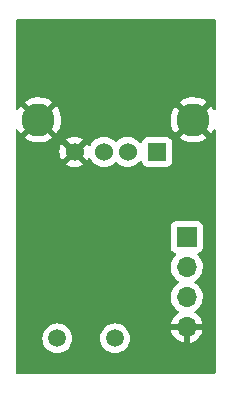
<source format=gbr>
%TF.GenerationSoftware,KiCad,Pcbnew,6.0.9-8da3e8f707~117~ubuntu20.04.1*%
%TF.CreationDate,2023-01-15T23:55:11-08:00*%
%TF.ProjectId,USBTTL,55534254-544c-42e6-9b69-6361645f7063,rev?*%
%TF.SameCoordinates,Original*%
%TF.FileFunction,Copper,L2,Bot*%
%TF.FilePolarity,Positive*%
%FSLAX46Y46*%
G04 Gerber Fmt 4.6, Leading zero omitted, Abs format (unit mm)*
G04 Created by KiCad (PCBNEW 6.0.9-8da3e8f707~117~ubuntu20.04.1) date 2023-01-15 23:55:11*
%MOMM*%
%LPD*%
G01*
G04 APERTURE LIST*
%TA.AperFunction,ComponentPad*%
%ADD10C,1.500000*%
%TD*%
%TA.AperFunction,ComponentPad*%
%ADD11R,1.524000X1.524000*%
%TD*%
%TA.AperFunction,ComponentPad*%
%ADD12C,1.524000*%
%TD*%
%TA.AperFunction,ComponentPad*%
%ADD13C,2.800000*%
%TD*%
%TA.AperFunction,ComponentPad*%
%ADD14R,1.700000X1.700000*%
%TD*%
%TA.AperFunction,ComponentPad*%
%ADD15O,1.700000X1.700000*%
%TD*%
G04 APERTURE END LIST*
D10*
%TO.P,Y1,1,1*%
%TO.N,Net-(U1-Pad7)*%
X22050000Y-42500000D03*
%TO.P,Y1,2,2*%
%TO.N,Net-(U1-Pad8)*%
X26930000Y-42500000D03*
%TD*%
D11*
%TO.P,USB1,1,VCC*%
%TO.N,/5v*%
X30500000Y-26715000D03*
D12*
%TO.P,USB1,2,D-*%
%TO.N,/D-*%
X28000000Y-26715000D03*
%TO.P,USB1,3,D+*%
%TO.N,/D+*%
X26000000Y-26715000D03*
%TO.P,USB1,4,GND*%
%TO.N,GND*%
X23500000Y-26715000D03*
D13*
%TO.P,USB1,5,Shield*%
X20450000Y-24005000D03*
%TO.P,USB1,6,Shield*%
X33550000Y-24005000D03*
%TD*%
D14*
%TO.P,J1,1,Pin_1*%
%TO.N,/5v*%
X33000000Y-33920000D03*
D15*
%TO.P,J1,2,Pin_2*%
%TO.N,Net-(U1-Pad2)*%
X33000000Y-36460000D03*
%TO.P,J1,3,Pin_3*%
%TO.N,Net-(U1-Pad3)*%
X33000000Y-39000000D03*
%TO.P,J1,4,Pin_4*%
%TO.N,GND*%
X33000000Y-41540000D03*
%TD*%
%TA.AperFunction,Conductor*%
%TO.N,GND*%
G36*
X35433621Y-15528502D02*
G01*
X35480114Y-15582158D01*
X35491500Y-15634500D01*
X35491500Y-23086106D01*
X35471498Y-23154227D01*
X35417842Y-23200720D01*
X35347568Y-23210824D01*
X35282988Y-23181330D01*
X35254612Y-23145938D01*
X35167206Y-22983947D01*
X35162447Y-22976449D01*
X35077759Y-22861790D01*
X35066631Y-22853348D01*
X35054038Y-22860172D01*
X33922022Y-23992188D01*
X33914408Y-24006132D01*
X33914539Y-24007965D01*
X33918790Y-24014580D01*
X35055517Y-25151307D01*
X35068917Y-25158624D01*
X35078821Y-25151637D01*
X35094686Y-25132763D01*
X35099905Y-25125580D01*
X35238171Y-24903876D01*
X35242339Y-24896005D01*
X35250260Y-24878089D01*
X35296098Y-24823873D01*
X35363971Y-24803045D01*
X35432329Y-24822219D01*
X35479470Y-24875306D01*
X35491500Y-24929036D01*
X35491500Y-45365500D01*
X35471498Y-45433621D01*
X35417842Y-45480114D01*
X35365500Y-45491500D01*
X18634500Y-45491500D01*
X18566379Y-45471498D01*
X18519886Y-45417842D01*
X18508500Y-45365500D01*
X18508500Y-42500000D01*
X20786693Y-42500000D01*
X20805885Y-42719371D01*
X20862880Y-42932076D01*
X20865205Y-42937061D01*
X20953618Y-43126666D01*
X20953621Y-43126671D01*
X20955944Y-43131653D01*
X21082251Y-43312038D01*
X21237962Y-43467749D01*
X21418346Y-43594056D01*
X21617924Y-43687120D01*
X21830629Y-43744115D01*
X22050000Y-43763307D01*
X22269371Y-43744115D01*
X22482076Y-43687120D01*
X22681654Y-43594056D01*
X22862038Y-43467749D01*
X23017749Y-43312038D01*
X23144056Y-43131653D01*
X23146379Y-43126671D01*
X23146382Y-43126666D01*
X23234795Y-42937061D01*
X23237120Y-42932076D01*
X23294115Y-42719371D01*
X23313307Y-42500000D01*
X25666693Y-42500000D01*
X25685885Y-42719371D01*
X25742880Y-42932076D01*
X25745205Y-42937061D01*
X25833618Y-43126666D01*
X25833621Y-43126671D01*
X25835944Y-43131653D01*
X25962251Y-43312038D01*
X26117962Y-43467749D01*
X26298346Y-43594056D01*
X26497924Y-43687120D01*
X26710629Y-43744115D01*
X26930000Y-43763307D01*
X27149371Y-43744115D01*
X27362076Y-43687120D01*
X27561654Y-43594056D01*
X27742038Y-43467749D01*
X27897749Y-43312038D01*
X28024056Y-43131653D01*
X28026379Y-43126671D01*
X28026382Y-43126666D01*
X28114795Y-42937061D01*
X28117120Y-42932076D01*
X28174115Y-42719371D01*
X28193307Y-42500000D01*
X28174115Y-42280629D01*
X28117120Y-42067924D01*
X28058609Y-41942446D01*
X28026382Y-41873334D01*
X28026379Y-41873329D01*
X28024056Y-41868347D01*
X27981777Y-41807966D01*
X31668257Y-41807966D01*
X31698565Y-41942446D01*
X31701645Y-41952275D01*
X31781770Y-42149603D01*
X31786413Y-42158794D01*
X31897694Y-42340388D01*
X31903777Y-42348699D01*
X32043213Y-42509667D01*
X32050580Y-42516883D01*
X32214434Y-42652916D01*
X32222881Y-42658831D01*
X32406756Y-42766279D01*
X32416042Y-42770729D01*
X32615001Y-42846703D01*
X32624899Y-42849579D01*
X32728250Y-42870606D01*
X32742299Y-42869410D01*
X32746000Y-42859065D01*
X32746000Y-42858517D01*
X33254000Y-42858517D01*
X33258064Y-42872359D01*
X33271478Y-42874393D01*
X33278184Y-42873534D01*
X33288262Y-42871392D01*
X33492255Y-42810191D01*
X33501842Y-42806433D01*
X33693095Y-42712739D01*
X33701945Y-42707464D01*
X33875328Y-42583792D01*
X33883200Y-42577139D01*
X34034052Y-42426812D01*
X34040730Y-42418965D01*
X34165003Y-42246020D01*
X34170313Y-42237183D01*
X34264670Y-42046267D01*
X34268469Y-42036672D01*
X34330377Y-41832910D01*
X34332555Y-41822837D01*
X34333986Y-41811962D01*
X34331775Y-41797778D01*
X34318617Y-41794000D01*
X33272115Y-41794000D01*
X33256876Y-41798475D01*
X33255671Y-41799865D01*
X33254000Y-41807548D01*
X33254000Y-42858517D01*
X32746000Y-42858517D01*
X32746000Y-41812115D01*
X32741525Y-41796876D01*
X32740135Y-41795671D01*
X32732452Y-41794000D01*
X31683225Y-41794000D01*
X31669694Y-41797973D01*
X31668257Y-41807966D01*
X27981777Y-41807966D01*
X27981484Y-41807548D01*
X27900908Y-41692473D01*
X27900906Y-41692470D01*
X27897749Y-41687962D01*
X27742038Y-41532251D01*
X27561654Y-41405944D01*
X27362076Y-41312880D01*
X27149371Y-41255885D01*
X26930000Y-41236693D01*
X26710629Y-41255885D01*
X26497924Y-41312880D01*
X26404562Y-41356415D01*
X26303334Y-41403618D01*
X26303329Y-41403621D01*
X26298347Y-41405944D01*
X26293840Y-41409100D01*
X26293838Y-41409101D01*
X26122473Y-41529092D01*
X26122470Y-41529094D01*
X26117962Y-41532251D01*
X25962251Y-41687962D01*
X25959094Y-41692470D01*
X25959092Y-41692473D01*
X25878516Y-41807548D01*
X25835944Y-41868347D01*
X25833621Y-41873329D01*
X25833618Y-41873334D01*
X25801391Y-41942446D01*
X25742880Y-42067924D01*
X25685885Y-42280629D01*
X25666693Y-42500000D01*
X23313307Y-42500000D01*
X23294115Y-42280629D01*
X23237120Y-42067924D01*
X23178609Y-41942446D01*
X23146382Y-41873334D01*
X23146379Y-41873329D01*
X23144056Y-41868347D01*
X23101484Y-41807548D01*
X23020908Y-41692473D01*
X23020906Y-41692470D01*
X23017749Y-41687962D01*
X22862038Y-41532251D01*
X22681654Y-41405944D01*
X22482076Y-41312880D01*
X22269371Y-41255885D01*
X22050000Y-41236693D01*
X21830629Y-41255885D01*
X21617924Y-41312880D01*
X21524562Y-41356415D01*
X21423334Y-41403618D01*
X21423329Y-41403621D01*
X21418347Y-41405944D01*
X21413840Y-41409100D01*
X21413838Y-41409101D01*
X21242473Y-41529092D01*
X21242470Y-41529094D01*
X21237962Y-41532251D01*
X21082251Y-41687962D01*
X21079094Y-41692470D01*
X21079092Y-41692473D01*
X20998516Y-41807548D01*
X20955944Y-41868347D01*
X20953621Y-41873329D01*
X20953618Y-41873334D01*
X20921391Y-41942446D01*
X20862880Y-42067924D01*
X20805885Y-42280629D01*
X20786693Y-42500000D01*
X18508500Y-42500000D01*
X18508500Y-38966695D01*
X31637251Y-38966695D01*
X31637548Y-38971848D01*
X31637548Y-38971851D01*
X31643011Y-39066590D01*
X31650110Y-39189715D01*
X31651247Y-39194761D01*
X31651248Y-39194767D01*
X31671119Y-39282939D01*
X31699222Y-39407639D01*
X31783266Y-39614616D01*
X31899987Y-39805088D01*
X32046250Y-39973938D01*
X32218126Y-40116632D01*
X32291955Y-40159774D01*
X32340679Y-40211412D01*
X32353750Y-40281195D01*
X32327019Y-40346967D01*
X32286562Y-40380327D01*
X32278457Y-40384546D01*
X32269738Y-40390036D01*
X32099433Y-40517905D01*
X32091726Y-40524748D01*
X31944590Y-40678717D01*
X31938104Y-40686727D01*
X31818098Y-40862649D01*
X31813000Y-40871623D01*
X31723338Y-41064783D01*
X31719775Y-41074470D01*
X31664389Y-41274183D01*
X31665912Y-41282607D01*
X31678292Y-41286000D01*
X34318344Y-41286000D01*
X34331875Y-41282027D01*
X34333180Y-41272947D01*
X34291214Y-41105875D01*
X34287894Y-41096124D01*
X34202972Y-40900814D01*
X34198105Y-40891739D01*
X34082426Y-40712926D01*
X34076136Y-40704757D01*
X33932806Y-40547240D01*
X33925273Y-40540215D01*
X33758139Y-40408222D01*
X33749556Y-40402520D01*
X33712602Y-40382120D01*
X33662631Y-40331687D01*
X33647859Y-40262245D01*
X33672975Y-40195839D01*
X33700327Y-40169232D01*
X33723797Y-40152491D01*
X33879860Y-40041173D01*
X34038096Y-39883489D01*
X34097594Y-39800689D01*
X34165435Y-39706277D01*
X34168453Y-39702077D01*
X34267430Y-39501811D01*
X34332370Y-39288069D01*
X34361529Y-39066590D01*
X34363156Y-39000000D01*
X34344852Y-38777361D01*
X34290431Y-38560702D01*
X34201354Y-38355840D01*
X34080014Y-38168277D01*
X33929670Y-38003051D01*
X33925619Y-37999852D01*
X33925615Y-37999848D01*
X33758414Y-37867800D01*
X33758410Y-37867798D01*
X33754359Y-37864598D01*
X33713053Y-37841796D01*
X33663084Y-37791364D01*
X33648312Y-37721921D01*
X33673428Y-37655516D01*
X33700780Y-37628909D01*
X33744603Y-37597650D01*
X33879860Y-37501173D01*
X34038096Y-37343489D01*
X34097594Y-37260689D01*
X34165435Y-37166277D01*
X34168453Y-37162077D01*
X34267430Y-36961811D01*
X34332370Y-36748069D01*
X34361529Y-36526590D01*
X34363156Y-36460000D01*
X34344852Y-36237361D01*
X34290431Y-36020702D01*
X34201354Y-35815840D01*
X34080014Y-35628277D01*
X34076532Y-35624450D01*
X33932798Y-35466488D01*
X33901746Y-35402642D01*
X33910141Y-35332143D01*
X33955317Y-35277375D01*
X33981761Y-35263706D01*
X34088297Y-35223767D01*
X34096705Y-35220615D01*
X34213261Y-35133261D01*
X34300615Y-35016705D01*
X34351745Y-34880316D01*
X34358500Y-34818134D01*
X34358500Y-33021866D01*
X34351745Y-32959684D01*
X34300615Y-32823295D01*
X34213261Y-32706739D01*
X34096705Y-32619385D01*
X33960316Y-32568255D01*
X33898134Y-32561500D01*
X32101866Y-32561500D01*
X32039684Y-32568255D01*
X31903295Y-32619385D01*
X31786739Y-32706739D01*
X31699385Y-32823295D01*
X31648255Y-32959684D01*
X31641500Y-33021866D01*
X31641500Y-34818134D01*
X31648255Y-34880316D01*
X31699385Y-35016705D01*
X31786739Y-35133261D01*
X31903295Y-35220615D01*
X31911704Y-35223767D01*
X31911705Y-35223768D01*
X32020451Y-35264535D01*
X32077216Y-35307176D01*
X32101916Y-35373738D01*
X32086709Y-35443087D01*
X32067316Y-35469568D01*
X31940629Y-35602138D01*
X31814743Y-35786680D01*
X31720688Y-35989305D01*
X31660989Y-36204570D01*
X31637251Y-36426695D01*
X31637548Y-36431848D01*
X31637548Y-36431851D01*
X31643011Y-36526590D01*
X31650110Y-36649715D01*
X31651247Y-36654761D01*
X31651248Y-36654767D01*
X31671119Y-36742939D01*
X31699222Y-36867639D01*
X31783266Y-37074616D01*
X31899987Y-37265088D01*
X32046250Y-37433938D01*
X32218126Y-37576632D01*
X32288595Y-37617811D01*
X32291445Y-37619476D01*
X32340169Y-37671114D01*
X32353240Y-37740897D01*
X32326509Y-37806669D01*
X32286055Y-37840027D01*
X32273607Y-37846507D01*
X32269474Y-37849610D01*
X32269471Y-37849612D01*
X32245247Y-37867800D01*
X32094965Y-37980635D01*
X31940629Y-38142138D01*
X31814743Y-38326680D01*
X31720688Y-38529305D01*
X31660989Y-38744570D01*
X31637251Y-38966695D01*
X18508500Y-38966695D01*
X18508500Y-27773777D01*
X22805777Y-27773777D01*
X22815074Y-27785793D01*
X22858069Y-27815898D01*
X22867555Y-27821376D01*
X23058993Y-27910645D01*
X23069285Y-27914391D01*
X23273309Y-27969059D01*
X23284104Y-27970962D01*
X23494525Y-27989372D01*
X23505475Y-27989372D01*
X23715896Y-27970962D01*
X23726691Y-27969059D01*
X23930715Y-27914391D01*
X23941007Y-27910645D01*
X24132445Y-27821376D01*
X24141931Y-27815898D01*
X24185764Y-27785207D01*
X24194139Y-27774729D01*
X24187071Y-27761281D01*
X23512812Y-27087022D01*
X23498868Y-27079408D01*
X23497035Y-27079539D01*
X23490420Y-27083790D01*
X22812207Y-27762003D01*
X22805777Y-27773777D01*
X18508500Y-27773777D01*
X18508500Y-26720475D01*
X22225628Y-26720475D01*
X22244038Y-26930896D01*
X22245941Y-26941691D01*
X22300609Y-27145715D01*
X22304355Y-27156007D01*
X22393623Y-27347441D01*
X22399103Y-27356932D01*
X22429794Y-27400765D01*
X22440271Y-27409140D01*
X22453718Y-27402072D01*
X23127978Y-26727812D01*
X23134356Y-26716132D01*
X23864408Y-26716132D01*
X23864539Y-26717965D01*
X23868790Y-26724580D01*
X24547003Y-27402793D01*
X24558777Y-27409223D01*
X24570793Y-27399926D01*
X24600897Y-27356932D01*
X24606377Y-27347441D01*
X24635529Y-27284925D01*
X24682447Y-27231640D01*
X24750724Y-27212179D01*
X24818684Y-27232721D01*
X24863919Y-27284925D01*
X24893186Y-27347689D01*
X24893189Y-27347694D01*
X24895512Y-27352676D01*
X24898668Y-27357183D01*
X24898669Y-27357185D01*
X25018647Y-27528531D01*
X25023023Y-27534781D01*
X25180219Y-27691977D01*
X25184727Y-27695134D01*
X25184730Y-27695136D01*
X25213523Y-27715297D01*
X25362323Y-27819488D01*
X25367305Y-27821811D01*
X25367310Y-27821814D01*
X25557810Y-27910645D01*
X25563804Y-27913440D01*
X25569112Y-27914862D01*
X25569114Y-27914863D01*
X25616705Y-27927615D01*
X25778537Y-27970978D01*
X26000000Y-27990353D01*
X26221463Y-27970978D01*
X26383295Y-27927615D01*
X26430886Y-27914863D01*
X26430888Y-27914862D01*
X26436196Y-27913440D01*
X26442190Y-27910645D01*
X26632690Y-27821814D01*
X26632695Y-27821811D01*
X26637677Y-27819488D01*
X26786477Y-27715297D01*
X26815270Y-27695136D01*
X26815273Y-27695134D01*
X26819781Y-27691977D01*
X26910905Y-27600853D01*
X26973217Y-27566827D01*
X27044032Y-27571892D01*
X27089095Y-27600853D01*
X27180219Y-27691977D01*
X27184727Y-27695134D01*
X27184730Y-27695136D01*
X27213523Y-27715297D01*
X27362323Y-27819488D01*
X27367305Y-27821811D01*
X27367310Y-27821814D01*
X27557810Y-27910645D01*
X27563804Y-27913440D01*
X27569112Y-27914862D01*
X27569114Y-27914863D01*
X27616705Y-27927615D01*
X27778537Y-27970978D01*
X28000000Y-27990353D01*
X28221463Y-27970978D01*
X28383295Y-27927615D01*
X28430886Y-27914863D01*
X28430888Y-27914862D01*
X28436196Y-27913440D01*
X28442190Y-27910645D01*
X28632690Y-27821814D01*
X28632695Y-27821811D01*
X28637677Y-27819488D01*
X28786477Y-27715297D01*
X28815270Y-27695136D01*
X28815273Y-27695134D01*
X28819781Y-27691977D01*
X28976977Y-27534781D01*
X29004219Y-27495876D01*
X29059674Y-27451548D01*
X29130293Y-27444238D01*
X29193654Y-27476269D01*
X29229639Y-27537470D01*
X29232694Y-27554538D01*
X29236255Y-27587316D01*
X29287385Y-27723705D01*
X29374739Y-27840261D01*
X29491295Y-27927615D01*
X29627684Y-27978745D01*
X29689866Y-27985500D01*
X31310134Y-27985500D01*
X31372316Y-27978745D01*
X31508705Y-27927615D01*
X31625261Y-27840261D01*
X31712615Y-27723705D01*
X31763745Y-27587316D01*
X31770500Y-27525134D01*
X31770500Y-25904866D01*
X31763745Y-25842684D01*
X31712615Y-25706295D01*
X31625261Y-25589739D01*
X31535953Y-25522806D01*
X32397361Y-25522806D01*
X32404751Y-25533108D01*
X32446630Y-25567203D01*
X32453909Y-25572318D01*
X32677756Y-25707085D01*
X32685670Y-25711118D01*
X32926286Y-25813006D01*
X32934691Y-25815883D01*
X33187257Y-25882850D01*
X33195989Y-25884516D01*
X33455474Y-25915227D01*
X33464340Y-25915645D01*
X33725561Y-25909490D01*
X33734414Y-25908653D01*
X33992162Y-25865752D01*
X34000796Y-25863679D01*
X34249930Y-25784888D01*
X34258192Y-25781617D01*
X34493731Y-25668513D01*
X34501455Y-25664107D01*
X34695268Y-25534606D01*
X34703556Y-25524688D01*
X34696299Y-25510509D01*
X33562812Y-24377022D01*
X33548868Y-24369408D01*
X33547035Y-24369539D01*
X33540420Y-24373790D01*
X32404527Y-25509683D01*
X32397361Y-25522806D01*
X31535953Y-25522806D01*
X31508705Y-25502385D01*
X31372316Y-25451255D01*
X31310134Y-25444500D01*
X29689866Y-25444500D01*
X29627684Y-25451255D01*
X29491295Y-25502385D01*
X29374739Y-25589739D01*
X29287385Y-25706295D01*
X29236255Y-25842684D01*
X29234029Y-25863173D01*
X29232694Y-25875462D01*
X29205451Y-25941024D01*
X29147088Y-25981450D01*
X29076134Y-25983904D01*
X29015116Y-25947608D01*
X29004223Y-25934131D01*
X28976977Y-25895219D01*
X28819781Y-25738023D01*
X28815273Y-25734866D01*
X28815270Y-25734864D01*
X28739505Y-25681813D01*
X28637677Y-25610512D01*
X28632695Y-25608189D01*
X28632690Y-25608186D01*
X28441178Y-25518883D01*
X28441177Y-25518882D01*
X28436196Y-25516560D01*
X28430888Y-25515138D01*
X28430886Y-25515137D01*
X28365051Y-25497497D01*
X28221463Y-25459022D01*
X28000000Y-25439647D01*
X27778537Y-25459022D01*
X27634949Y-25497497D01*
X27569114Y-25515137D01*
X27569112Y-25515138D01*
X27563804Y-25516560D01*
X27558823Y-25518882D01*
X27558822Y-25518883D01*
X27367311Y-25608186D01*
X27367306Y-25608189D01*
X27362324Y-25610512D01*
X27357817Y-25613668D01*
X27357815Y-25613669D01*
X27184730Y-25734864D01*
X27184727Y-25734866D01*
X27180219Y-25738023D01*
X27089095Y-25829147D01*
X27026783Y-25863173D01*
X26955968Y-25858108D01*
X26910905Y-25829147D01*
X26819781Y-25738023D01*
X26815273Y-25734866D01*
X26815270Y-25734864D01*
X26739505Y-25681813D01*
X26637677Y-25610512D01*
X26632695Y-25608189D01*
X26632690Y-25608186D01*
X26441178Y-25518883D01*
X26441177Y-25518882D01*
X26436196Y-25516560D01*
X26430888Y-25515138D01*
X26430886Y-25515137D01*
X26365051Y-25497497D01*
X26221463Y-25459022D01*
X26000000Y-25439647D01*
X25778537Y-25459022D01*
X25634949Y-25497497D01*
X25569114Y-25515137D01*
X25569112Y-25515138D01*
X25563804Y-25516560D01*
X25558823Y-25518882D01*
X25558822Y-25518883D01*
X25367311Y-25608186D01*
X25367306Y-25608189D01*
X25362324Y-25610512D01*
X25357817Y-25613668D01*
X25357815Y-25613669D01*
X25184730Y-25734864D01*
X25184727Y-25734866D01*
X25180219Y-25738023D01*
X25023023Y-25895219D01*
X25019866Y-25899727D01*
X25019864Y-25899730D01*
X24898669Y-26072815D01*
X24895512Y-26077324D01*
X24893189Y-26082306D01*
X24893186Y-26082311D01*
X24863919Y-26145075D01*
X24817001Y-26198360D01*
X24748724Y-26217821D01*
X24680764Y-26197279D01*
X24635529Y-26145075D01*
X24606377Y-26082559D01*
X24600897Y-26073068D01*
X24570206Y-26029235D01*
X24559729Y-26020860D01*
X24546282Y-26027928D01*
X23872022Y-26702188D01*
X23864408Y-26716132D01*
X23134356Y-26716132D01*
X23135592Y-26713868D01*
X23135461Y-26712035D01*
X23131210Y-26705420D01*
X22452997Y-26027207D01*
X22441223Y-26020777D01*
X22429207Y-26030074D01*
X22399103Y-26073068D01*
X22393623Y-26082559D01*
X22304355Y-26273993D01*
X22300609Y-26284285D01*
X22245941Y-26488309D01*
X22244038Y-26499104D01*
X22225628Y-26709525D01*
X22225628Y-26720475D01*
X18508500Y-26720475D01*
X18508500Y-25522806D01*
X19297361Y-25522806D01*
X19304751Y-25533108D01*
X19346630Y-25567203D01*
X19353909Y-25572318D01*
X19577756Y-25707085D01*
X19585670Y-25711118D01*
X19826286Y-25813006D01*
X19834691Y-25815883D01*
X20087257Y-25882850D01*
X20095989Y-25884516D01*
X20355474Y-25915227D01*
X20364340Y-25915645D01*
X20625561Y-25909490D01*
X20634414Y-25908653D01*
X20892162Y-25865752D01*
X20900796Y-25863679D01*
X21149930Y-25784888D01*
X21158192Y-25781617D01*
X21393731Y-25668513D01*
X21401455Y-25664107D01*
X21414679Y-25655271D01*
X22805860Y-25655271D01*
X22812928Y-25668718D01*
X23487188Y-26342978D01*
X23501132Y-26350592D01*
X23502965Y-26350461D01*
X23509580Y-26346210D01*
X24187793Y-25667997D01*
X24194223Y-25656223D01*
X24184926Y-25644207D01*
X24141931Y-25614102D01*
X24132445Y-25608624D01*
X23941007Y-25519355D01*
X23930715Y-25515609D01*
X23726691Y-25460941D01*
X23715896Y-25459038D01*
X23505475Y-25440628D01*
X23494525Y-25440628D01*
X23284104Y-25459038D01*
X23273309Y-25460941D01*
X23069285Y-25515609D01*
X23058993Y-25519355D01*
X22867559Y-25608623D01*
X22858068Y-25614103D01*
X22814235Y-25644794D01*
X22805860Y-25655271D01*
X21414679Y-25655271D01*
X21595268Y-25534606D01*
X21603556Y-25524688D01*
X21596299Y-25510509D01*
X20462812Y-24377022D01*
X20448868Y-24369408D01*
X20447035Y-24369539D01*
X20440420Y-24373790D01*
X19304527Y-25509683D01*
X19297361Y-25522806D01*
X18508500Y-25522806D01*
X18508500Y-24922385D01*
X18528502Y-24854264D01*
X18582158Y-24807771D01*
X18652432Y-24797667D01*
X18717012Y-24827161D01*
X18747213Y-24866066D01*
X18801519Y-24974750D01*
X18806043Y-24982398D01*
X18921352Y-25149235D01*
X18931673Y-25157589D01*
X18945323Y-25150467D01*
X20077978Y-24017812D01*
X20084356Y-24006132D01*
X20814408Y-24006132D01*
X20814539Y-24007965D01*
X20818790Y-24014580D01*
X21955517Y-25151307D01*
X21968917Y-25158624D01*
X21978821Y-25151637D01*
X21994686Y-25132763D01*
X21999905Y-25125580D01*
X22138171Y-24903876D01*
X22142333Y-24896017D01*
X22247988Y-24657030D01*
X22250994Y-24648680D01*
X22321921Y-24397192D01*
X22323722Y-24388499D01*
X22358672Y-24128292D01*
X22359200Y-24121899D01*
X22362773Y-24008222D01*
X22362646Y-24001779D01*
X22358935Y-23949367D01*
X31638245Y-23949367D01*
X31648503Y-24210459D01*
X31649478Y-24219288D01*
X31696422Y-24476332D01*
X31698631Y-24484934D01*
X31781324Y-24732796D01*
X31784728Y-24741014D01*
X31901519Y-24974750D01*
X31906043Y-24982398D01*
X32021352Y-25149235D01*
X32031673Y-25157589D01*
X32045323Y-25150467D01*
X33177978Y-24017812D01*
X33185592Y-24003868D01*
X33185461Y-24002035D01*
X33181210Y-23995420D01*
X32045819Y-22860029D01*
X32032978Y-22853017D01*
X32022289Y-22860813D01*
X31970663Y-22926299D01*
X31965658Y-22933663D01*
X31834420Y-23159605D01*
X31830516Y-23167575D01*
X31732420Y-23409763D01*
X31729676Y-23418207D01*
X31666683Y-23671800D01*
X31665156Y-23680551D01*
X31638524Y-23940483D01*
X31638245Y-23949367D01*
X22358935Y-23949367D01*
X22344106Y-23739923D01*
X22342853Y-23731119D01*
X22287858Y-23475677D01*
X22285379Y-23467144D01*
X22194941Y-23222002D01*
X22191286Y-23213907D01*
X22067206Y-22983947D01*
X22062447Y-22976449D01*
X21977759Y-22861790D01*
X21966631Y-22853348D01*
X21954038Y-22860172D01*
X20822022Y-23992188D01*
X20814408Y-24006132D01*
X20084356Y-24006132D01*
X20085592Y-24003868D01*
X20085461Y-24002035D01*
X20081210Y-23995420D01*
X18945819Y-22860029D01*
X18932978Y-22853017D01*
X18922289Y-22860813D01*
X18870663Y-22926299D01*
X18865658Y-22933663D01*
X18743454Y-23144053D01*
X18691943Y-23192912D01*
X18622195Y-23206166D01*
X18556353Y-23179606D01*
X18515322Y-23121667D01*
X18508500Y-23080768D01*
X18508500Y-22487688D01*
X19298045Y-22487688D01*
X19305025Y-22500815D01*
X20437188Y-23632978D01*
X20451132Y-23640592D01*
X20452965Y-23640461D01*
X20459580Y-23636210D01*
X21594804Y-22500986D01*
X21601658Y-22488434D01*
X21601105Y-22487688D01*
X32398045Y-22487688D01*
X32405025Y-22500815D01*
X33537188Y-23632978D01*
X33551132Y-23640592D01*
X33552965Y-23640461D01*
X33559580Y-23636210D01*
X34694804Y-22500986D01*
X34701658Y-22488434D01*
X34693450Y-22477363D01*
X34603762Y-22408916D01*
X34596313Y-22404023D01*
X34368353Y-22276359D01*
X34360303Y-22272571D01*
X34116617Y-22178295D01*
X34108127Y-22175683D01*
X33853578Y-22116683D01*
X33844800Y-22115293D01*
X33584478Y-22092746D01*
X33575607Y-22092606D01*
X33314696Y-22106965D01*
X33305886Y-22108079D01*
X33049607Y-22159055D01*
X33041050Y-22161396D01*
X32794496Y-22247980D01*
X32786362Y-22251500D01*
X32554477Y-22371955D01*
X32546905Y-22376594D01*
X32406447Y-22476967D01*
X32398045Y-22487688D01*
X21601105Y-22487688D01*
X21593450Y-22477363D01*
X21503762Y-22408916D01*
X21496313Y-22404023D01*
X21268353Y-22276359D01*
X21260303Y-22272571D01*
X21016617Y-22178295D01*
X21008127Y-22175683D01*
X20753578Y-22116683D01*
X20744800Y-22115293D01*
X20484478Y-22092746D01*
X20475607Y-22092606D01*
X20214696Y-22106965D01*
X20205886Y-22108079D01*
X19949607Y-22159055D01*
X19941050Y-22161396D01*
X19694496Y-22247980D01*
X19686362Y-22251500D01*
X19454477Y-22371955D01*
X19446905Y-22376594D01*
X19306447Y-22476967D01*
X19298045Y-22487688D01*
X18508500Y-22487688D01*
X18508500Y-15634500D01*
X18528502Y-15566379D01*
X18582158Y-15519886D01*
X18634500Y-15508500D01*
X35365500Y-15508500D01*
X35433621Y-15528502D01*
G37*
%TD.AperFunction*%
%TD*%
M02*

</source>
